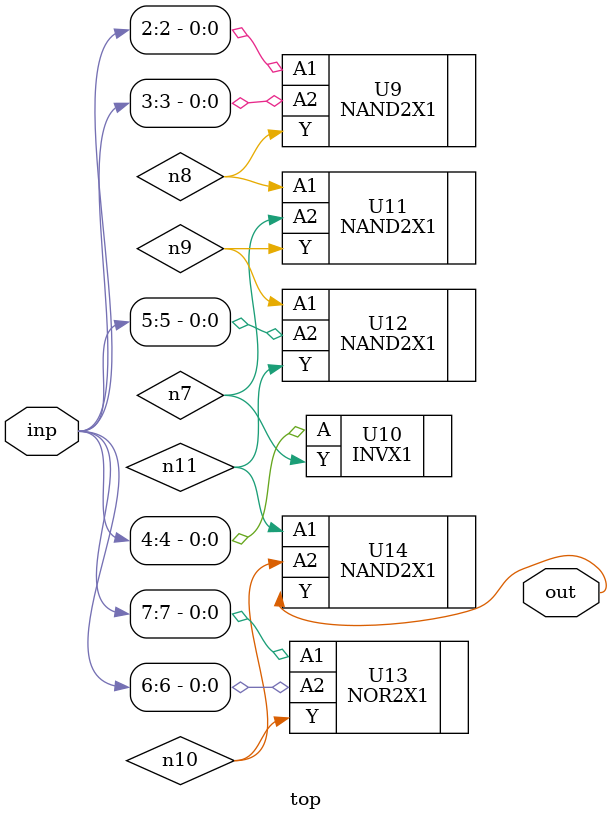
<source format=sv>


module top ( inp, out );
  input [7:0] inp;
  output out;
  wire   n7, n8, n9, n10, n11;

  NAND2X1 U9 ( .A1(inp[2]), .A2(inp[3]), .Y(n8) );
  INVX1 U10 ( .A(inp[4]), .Y(n7) );
  NAND2X1 U11 ( .A1(n8), .A2(n7), .Y(n9) );
  NAND2X1 U12 ( .A1(n9), .A2(inp[5]), .Y(n11) );
  NOR2X1 U13 ( .A1(inp[7]), .A2(inp[6]), .Y(n10) );
  NAND2X1 U14 ( .A1(n11), .A2(n10), .Y(out) );
endmodule


</source>
